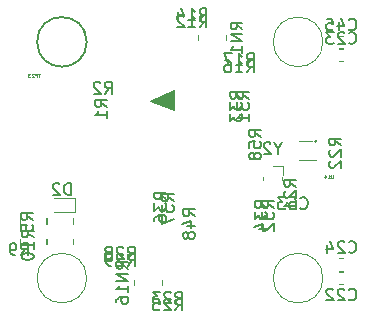
<source format=gbr>
G04 #@! TF.GenerationSoftware,KiCad,Pcbnew,(5.1.4)-1*
G04 #@! TF.CreationDate,2021-04-25T17:32:37+02:00*
G04 #@! TF.ProjectId,ultimateFC,756c7469-6d61-4746-9546-432e6b696361,rev?*
G04 #@! TF.SameCoordinates,Original*
G04 #@! TF.FileFunction,Legend,Bot*
G04 #@! TF.FilePolarity,Positive*
%FSLAX46Y46*%
G04 Gerber Fmt 4.6, Leading zero omitted, Abs format (unit mm)*
G04 Created by KiCad (PCBNEW (5.1.4)-1) date 2021-04-25 17:32:37*
%MOMM*%
%LPD*%
G04 APERTURE LIST*
%ADD10C,0.120000*%
%ADD11C,0.150000*%
%ADD12C,0.100000*%
%ADD13C,0.050000*%
G04 APERTURE END LIST*
D10*
X174600000Y-82000000D02*
G75*
G03X174600000Y-82000000I-2100000J0D01*
G01*
X194600000Y-62000000D02*
G75*
G03X194600000Y-62000000I-2100000J0D01*
G01*
X194600000Y-82000000D02*
G75*
G03X194600000Y-82000000I-2100000J0D01*
G01*
D11*
X174602380Y-62000000D02*
G75*
G03X174602380Y-62000000I-2102380J0D01*
G01*
D12*
G36*
X182000000Y-67750000D02*
G01*
X180000000Y-67000000D01*
X182000000Y-66100000D01*
X182000000Y-67750000D01*
G37*
X182000000Y-67750000D02*
X180000000Y-67000000D01*
X182000000Y-66100000D01*
X182000000Y-67750000D01*
D10*
X171201530Y-63608117D02*
G75*
G03X174300000Y-61010000I1298470J1598117D01*
G01*
X173440000Y-77450000D02*
X173440000Y-76950000D01*
X171160000Y-77450000D02*
X171160000Y-76950000D01*
X168960000Y-76950000D02*
X168960000Y-77450000D01*
X171240000Y-76950000D02*
X171240000Y-77450000D01*
X168960000Y-78650000D02*
X168960000Y-79150000D01*
X171240000Y-78650000D02*
X171240000Y-79150000D01*
X173440000Y-79150000D02*
X173440000Y-78650000D01*
X171160000Y-79150000D02*
X171160000Y-78650000D01*
X186410000Y-61380000D02*
X186410000Y-61880000D01*
X184050000Y-61380000D02*
X184050000Y-61880000D01*
X180950000Y-82620000D02*
X180950000Y-82120000D01*
X178590000Y-82620000D02*
X178590000Y-82120000D01*
X190400000Y-72520000D02*
X191190000Y-72520000D01*
X189500000Y-73440000D02*
X189500000Y-73660000D01*
X191100000Y-73440000D02*
X191100000Y-73660000D01*
X191190000Y-73310000D02*
X191190000Y-72520000D01*
X195987221Y-81490000D02*
X196312779Y-81490000D01*
X195987221Y-82510000D02*
X196312779Y-82510000D01*
X196312779Y-62640000D02*
X195987221Y-62640000D01*
X196312779Y-63660000D02*
X195987221Y-63660000D01*
X196315279Y-80340000D02*
X195989721Y-80340000D01*
X196315279Y-81360000D02*
X195989721Y-81360000D01*
X196312779Y-62510000D02*
X195987221Y-62510000D01*
X196312779Y-61490000D02*
X195987221Y-61490000D01*
X171800000Y-76400000D02*
X173650000Y-76400000D01*
X171800000Y-75200000D02*
X173650000Y-75200000D01*
X173650000Y-75200000D02*
X173650000Y-76400000D01*
D12*
X193650000Y-70425000D02*
X192550000Y-70425000D01*
X192550000Y-72025000D02*
X194050000Y-72025000D01*
X194100000Y-70425000D02*
G75*
G03X194100000Y-70425000I-100000J0D01*
G01*
D11*
X192692857Y-76067142D02*
X192740476Y-76114761D01*
X192883333Y-76162380D01*
X192978571Y-76162380D01*
X193121428Y-76114761D01*
X193216666Y-76019523D01*
X193264285Y-75924285D01*
X193311904Y-75733809D01*
X193311904Y-75590952D01*
X193264285Y-75400476D01*
X193216666Y-75305238D01*
X193121428Y-75210000D01*
X192978571Y-75162380D01*
X192883333Y-75162380D01*
X192740476Y-75210000D01*
X192692857Y-75257619D01*
X191788095Y-75162380D02*
X192264285Y-75162380D01*
X192311904Y-75638571D01*
X192264285Y-75590952D01*
X192169047Y-75543333D01*
X191930952Y-75543333D01*
X191835714Y-75590952D01*
X191788095Y-75638571D01*
X191740476Y-75733809D01*
X191740476Y-75971904D01*
X191788095Y-76067142D01*
X191835714Y-76114761D01*
X191930952Y-76162380D01*
X192169047Y-76162380D01*
X192264285Y-76114761D01*
X192311904Y-76067142D01*
X191407142Y-75162380D02*
X190788095Y-75162380D01*
X191121428Y-75543333D01*
X190978571Y-75543333D01*
X190883333Y-75590952D01*
X190835714Y-75638571D01*
X190788095Y-75733809D01*
X190788095Y-75971904D01*
X190835714Y-76067142D01*
X190883333Y-76114761D01*
X190978571Y-76162380D01*
X191264285Y-76162380D01*
X191359523Y-76114761D01*
X191407142Y-76067142D01*
X176302380Y-67508333D02*
X175826190Y-67175000D01*
X176302380Y-66936904D02*
X175302380Y-66936904D01*
X175302380Y-67317857D01*
X175350000Y-67413095D01*
X175397619Y-67460714D01*
X175492857Y-67508333D01*
X175635714Y-67508333D01*
X175730952Y-67460714D01*
X175778571Y-67413095D01*
X175826190Y-67317857D01*
X175826190Y-66936904D01*
X176302380Y-68460714D02*
X176302380Y-67889285D01*
X176302380Y-68175000D02*
X175302380Y-68175000D01*
X175445238Y-68079761D01*
X175540476Y-67984523D01*
X175588095Y-67889285D01*
X176141666Y-66377380D02*
X176475000Y-65901190D01*
X176713095Y-66377380D02*
X176713095Y-65377380D01*
X176332142Y-65377380D01*
X176236904Y-65425000D01*
X176189285Y-65472619D01*
X176141666Y-65567857D01*
X176141666Y-65710714D01*
X176189285Y-65805952D01*
X176236904Y-65853571D01*
X176332142Y-65901190D01*
X176713095Y-65901190D01*
X175760714Y-65472619D02*
X175713095Y-65425000D01*
X175617857Y-65377380D01*
X175379761Y-65377380D01*
X175284523Y-65425000D01*
X175236904Y-65472619D01*
X175189285Y-65567857D01*
X175189285Y-65663095D01*
X175236904Y-65805952D01*
X175808333Y-66377380D01*
X175189285Y-66377380D01*
X170052380Y-77083333D02*
X169576190Y-76750000D01*
X170052380Y-76511904D02*
X169052380Y-76511904D01*
X169052380Y-76892857D01*
X169100000Y-76988095D01*
X169147619Y-77035714D01*
X169242857Y-77083333D01*
X169385714Y-77083333D01*
X169480952Y-77035714D01*
X169528571Y-76988095D01*
X169576190Y-76892857D01*
X169576190Y-76511904D01*
X169052380Y-77988095D02*
X169052380Y-77511904D01*
X169528571Y-77464285D01*
X169480952Y-77511904D01*
X169433333Y-77607142D01*
X169433333Y-77845238D01*
X169480952Y-77940476D01*
X169528571Y-77988095D01*
X169623809Y-78035714D01*
X169861904Y-78035714D01*
X169957142Y-77988095D01*
X170004761Y-77940476D01*
X170052380Y-77845238D01*
X170052380Y-77607142D01*
X170004761Y-77511904D01*
X169957142Y-77464285D01*
X169026666Y-80032380D02*
X169360000Y-79556190D01*
X169598095Y-80032380D02*
X169598095Y-79032380D01*
X169217142Y-79032380D01*
X169121904Y-79080000D01*
X169074285Y-79127619D01*
X169026666Y-79222857D01*
X169026666Y-79365714D01*
X169074285Y-79460952D01*
X169121904Y-79508571D01*
X169217142Y-79556190D01*
X169598095Y-79556190D01*
X168550476Y-80032380D02*
X168360000Y-80032380D01*
X168264761Y-79984761D01*
X168217142Y-79937142D01*
X168121904Y-79794285D01*
X168074285Y-79603809D01*
X168074285Y-79222857D01*
X168121904Y-79127619D01*
X168169523Y-79080000D01*
X168264761Y-79032380D01*
X168455238Y-79032380D01*
X168550476Y-79080000D01*
X168598095Y-79127619D01*
X168645714Y-79222857D01*
X168645714Y-79460952D01*
X168598095Y-79556190D01*
X168550476Y-79603809D01*
X168455238Y-79651428D01*
X168264761Y-79651428D01*
X168169523Y-79603809D01*
X168121904Y-79556190D01*
X168074285Y-79460952D01*
X170102380Y-78557142D02*
X169626190Y-78223809D01*
X170102380Y-77985714D02*
X169102380Y-77985714D01*
X169102380Y-78366666D01*
X169150000Y-78461904D01*
X169197619Y-78509523D01*
X169292857Y-78557142D01*
X169435714Y-78557142D01*
X169530952Y-78509523D01*
X169578571Y-78461904D01*
X169626190Y-78366666D01*
X169626190Y-77985714D01*
X170102380Y-79509523D02*
X170102380Y-78938095D01*
X170102380Y-79223809D02*
X169102380Y-79223809D01*
X169245238Y-79128571D01*
X169340476Y-79033333D01*
X169388095Y-78938095D01*
X169102380Y-80128571D02*
X169102380Y-80223809D01*
X169150000Y-80319047D01*
X169197619Y-80366666D01*
X169292857Y-80414285D01*
X169483333Y-80461904D01*
X169721428Y-80461904D01*
X169911904Y-80414285D01*
X170007142Y-80366666D01*
X170054761Y-80319047D01*
X170102380Y-80223809D01*
X170102380Y-80128571D01*
X170054761Y-80033333D01*
X170007142Y-79985714D01*
X169911904Y-79938095D01*
X169721428Y-79890476D01*
X169483333Y-79890476D01*
X169292857Y-79938095D01*
X169197619Y-79985714D01*
X169150000Y-80033333D01*
X169102380Y-80128571D01*
X184172857Y-60762380D02*
X184506190Y-60286190D01*
X184744285Y-60762380D02*
X184744285Y-59762380D01*
X184363333Y-59762380D01*
X184268095Y-59810000D01*
X184220476Y-59857619D01*
X184172857Y-59952857D01*
X184172857Y-60095714D01*
X184220476Y-60190952D01*
X184268095Y-60238571D01*
X184363333Y-60286190D01*
X184744285Y-60286190D01*
X183220476Y-60762380D02*
X183791904Y-60762380D01*
X183506190Y-60762380D02*
X183506190Y-59762380D01*
X183601428Y-59905238D01*
X183696666Y-60000476D01*
X183791904Y-60048095D01*
X182839523Y-59857619D02*
X182791904Y-59810000D01*
X182696666Y-59762380D01*
X182458571Y-59762380D01*
X182363333Y-59810000D01*
X182315714Y-59857619D01*
X182268095Y-59952857D01*
X182268095Y-60048095D01*
X182315714Y-60190952D01*
X182887142Y-60762380D01*
X182268095Y-60762380D01*
X184162857Y-60162380D02*
X184496190Y-59686190D01*
X184734285Y-60162380D02*
X184734285Y-59162380D01*
X184353333Y-59162380D01*
X184258095Y-59210000D01*
X184210476Y-59257619D01*
X184162857Y-59352857D01*
X184162857Y-59495714D01*
X184210476Y-59590952D01*
X184258095Y-59638571D01*
X184353333Y-59686190D01*
X184734285Y-59686190D01*
X183210476Y-60162380D02*
X183781904Y-60162380D01*
X183496190Y-60162380D02*
X183496190Y-59162380D01*
X183591428Y-59305238D01*
X183686666Y-59400476D01*
X183781904Y-59448095D01*
X182353333Y-59495714D02*
X182353333Y-60162380D01*
X182591428Y-59114761D02*
X182829523Y-59829047D01*
X182210476Y-59829047D01*
X188162857Y-64562380D02*
X188496190Y-64086190D01*
X188734285Y-64562380D02*
X188734285Y-63562380D01*
X188353333Y-63562380D01*
X188258095Y-63610000D01*
X188210476Y-63657619D01*
X188162857Y-63752857D01*
X188162857Y-63895714D01*
X188210476Y-63990952D01*
X188258095Y-64038571D01*
X188353333Y-64086190D01*
X188734285Y-64086190D01*
X187210476Y-64562380D02*
X187781904Y-64562380D01*
X187496190Y-64562380D02*
X187496190Y-63562380D01*
X187591428Y-63705238D01*
X187686666Y-63800476D01*
X187781904Y-63848095D01*
X186353333Y-63562380D02*
X186543809Y-63562380D01*
X186639047Y-63610000D01*
X186686666Y-63657619D01*
X186781904Y-63800476D01*
X186829523Y-63990952D01*
X186829523Y-64371904D01*
X186781904Y-64467142D01*
X186734285Y-64514761D01*
X186639047Y-64562380D01*
X186448571Y-64562380D01*
X186353333Y-64514761D01*
X186305714Y-64467142D01*
X186258095Y-64371904D01*
X186258095Y-64133809D01*
X186305714Y-64038571D01*
X186353333Y-63990952D01*
X186448571Y-63943333D01*
X186639047Y-63943333D01*
X186734285Y-63990952D01*
X186781904Y-64038571D01*
X186829523Y-64133809D01*
X188162857Y-63962380D02*
X188496190Y-63486190D01*
X188734285Y-63962380D02*
X188734285Y-62962380D01*
X188353333Y-62962380D01*
X188258095Y-63010000D01*
X188210476Y-63057619D01*
X188162857Y-63152857D01*
X188162857Y-63295714D01*
X188210476Y-63390952D01*
X188258095Y-63438571D01*
X188353333Y-63486190D01*
X188734285Y-63486190D01*
X187210476Y-63962380D02*
X187781904Y-63962380D01*
X187496190Y-63962380D02*
X187496190Y-62962380D01*
X187591428Y-63105238D01*
X187686666Y-63200476D01*
X187781904Y-63248095D01*
X186877142Y-62962380D02*
X186210476Y-62962380D01*
X186639047Y-63962380D01*
X192312380Y-74247142D02*
X191836190Y-73913809D01*
X192312380Y-73675714D02*
X191312380Y-73675714D01*
X191312380Y-74056666D01*
X191360000Y-74151904D01*
X191407619Y-74199523D01*
X191502857Y-74247142D01*
X191645714Y-74247142D01*
X191740952Y-74199523D01*
X191788571Y-74151904D01*
X191836190Y-74056666D01*
X191836190Y-73675714D01*
X191407619Y-74628095D02*
X191360000Y-74675714D01*
X191312380Y-74770952D01*
X191312380Y-75009047D01*
X191360000Y-75104285D01*
X191407619Y-75151904D01*
X191502857Y-75199523D01*
X191598095Y-75199523D01*
X191740952Y-75151904D01*
X192312380Y-74580476D01*
X192312380Y-75199523D01*
X192312380Y-76151904D02*
X192312380Y-75580476D01*
X192312380Y-75866190D02*
X191312380Y-75866190D01*
X191455238Y-75770952D01*
X191550476Y-75675714D01*
X191598095Y-75580476D01*
X196127380Y-70757142D02*
X195651190Y-70423809D01*
X196127380Y-70185714D02*
X195127380Y-70185714D01*
X195127380Y-70566666D01*
X195175000Y-70661904D01*
X195222619Y-70709523D01*
X195317857Y-70757142D01*
X195460714Y-70757142D01*
X195555952Y-70709523D01*
X195603571Y-70661904D01*
X195651190Y-70566666D01*
X195651190Y-70185714D01*
X195222619Y-71138095D02*
X195175000Y-71185714D01*
X195127380Y-71280952D01*
X195127380Y-71519047D01*
X195175000Y-71614285D01*
X195222619Y-71661904D01*
X195317857Y-71709523D01*
X195413095Y-71709523D01*
X195555952Y-71661904D01*
X196127380Y-71090476D01*
X196127380Y-71709523D01*
X195222619Y-72090476D02*
X195175000Y-72138095D01*
X195127380Y-72233333D01*
X195127380Y-72471428D01*
X195175000Y-72566666D01*
X195222619Y-72614285D01*
X195317857Y-72661904D01*
X195413095Y-72661904D01*
X195555952Y-72614285D01*
X196127380Y-72042857D01*
X196127380Y-72661904D01*
X182112857Y-84142380D02*
X182446190Y-83666190D01*
X182684285Y-84142380D02*
X182684285Y-83142380D01*
X182303333Y-83142380D01*
X182208095Y-83190000D01*
X182160476Y-83237619D01*
X182112857Y-83332857D01*
X182112857Y-83475714D01*
X182160476Y-83570952D01*
X182208095Y-83618571D01*
X182303333Y-83666190D01*
X182684285Y-83666190D01*
X181731904Y-83237619D02*
X181684285Y-83190000D01*
X181589047Y-83142380D01*
X181350952Y-83142380D01*
X181255714Y-83190000D01*
X181208095Y-83237619D01*
X181160476Y-83332857D01*
X181160476Y-83428095D01*
X181208095Y-83570952D01*
X181779523Y-84142380D01*
X181160476Y-84142380D01*
X180827142Y-83142380D02*
X180208095Y-83142380D01*
X180541428Y-83523333D01*
X180398571Y-83523333D01*
X180303333Y-83570952D01*
X180255714Y-83618571D01*
X180208095Y-83713809D01*
X180208095Y-83951904D01*
X180255714Y-84047142D01*
X180303333Y-84094761D01*
X180398571Y-84142380D01*
X180684285Y-84142380D01*
X180779523Y-84094761D01*
X180827142Y-84047142D01*
X182112857Y-84742380D02*
X182446190Y-84266190D01*
X182684285Y-84742380D02*
X182684285Y-83742380D01*
X182303333Y-83742380D01*
X182208095Y-83790000D01*
X182160476Y-83837619D01*
X182112857Y-83932857D01*
X182112857Y-84075714D01*
X182160476Y-84170952D01*
X182208095Y-84218571D01*
X182303333Y-84266190D01*
X182684285Y-84266190D01*
X181731904Y-83837619D02*
X181684285Y-83790000D01*
X181589047Y-83742380D01*
X181350952Y-83742380D01*
X181255714Y-83790000D01*
X181208095Y-83837619D01*
X181160476Y-83932857D01*
X181160476Y-84028095D01*
X181208095Y-84170952D01*
X181779523Y-84742380D01*
X181160476Y-84742380D01*
X180255714Y-83742380D02*
X180731904Y-83742380D01*
X180779523Y-84218571D01*
X180731904Y-84170952D01*
X180636666Y-84123333D01*
X180398571Y-84123333D01*
X180303333Y-84170952D01*
X180255714Y-84218571D01*
X180208095Y-84313809D01*
X180208095Y-84551904D01*
X180255714Y-84647142D01*
X180303333Y-84694761D01*
X180398571Y-84742380D01*
X180636666Y-84742380D01*
X180731904Y-84694761D01*
X180779523Y-84647142D01*
X178082857Y-80342380D02*
X178416190Y-79866190D01*
X178654285Y-80342380D02*
X178654285Y-79342380D01*
X178273333Y-79342380D01*
X178178095Y-79390000D01*
X178130476Y-79437619D01*
X178082857Y-79532857D01*
X178082857Y-79675714D01*
X178130476Y-79770952D01*
X178178095Y-79818571D01*
X178273333Y-79866190D01*
X178654285Y-79866190D01*
X177701904Y-79437619D02*
X177654285Y-79390000D01*
X177559047Y-79342380D01*
X177320952Y-79342380D01*
X177225714Y-79390000D01*
X177178095Y-79437619D01*
X177130476Y-79532857D01*
X177130476Y-79628095D01*
X177178095Y-79770952D01*
X177749523Y-80342380D01*
X177130476Y-80342380D01*
X176559047Y-79770952D02*
X176654285Y-79723333D01*
X176701904Y-79675714D01*
X176749523Y-79580476D01*
X176749523Y-79532857D01*
X176701904Y-79437619D01*
X176654285Y-79390000D01*
X176559047Y-79342380D01*
X176368571Y-79342380D01*
X176273333Y-79390000D01*
X176225714Y-79437619D01*
X176178095Y-79532857D01*
X176178095Y-79580476D01*
X176225714Y-79675714D01*
X176273333Y-79723333D01*
X176368571Y-79770952D01*
X176559047Y-79770952D01*
X176654285Y-79818571D01*
X176701904Y-79866190D01*
X176749523Y-79961428D01*
X176749523Y-80151904D01*
X176701904Y-80247142D01*
X176654285Y-80294761D01*
X176559047Y-80342380D01*
X176368571Y-80342380D01*
X176273333Y-80294761D01*
X176225714Y-80247142D01*
X176178095Y-80151904D01*
X176178095Y-79961428D01*
X176225714Y-79866190D01*
X176273333Y-79818571D01*
X176368571Y-79770952D01*
X178092857Y-80942380D02*
X178426190Y-80466190D01*
X178664285Y-80942380D02*
X178664285Y-79942380D01*
X178283333Y-79942380D01*
X178188095Y-79990000D01*
X178140476Y-80037619D01*
X178092857Y-80132857D01*
X178092857Y-80275714D01*
X178140476Y-80370952D01*
X178188095Y-80418571D01*
X178283333Y-80466190D01*
X178664285Y-80466190D01*
X177711904Y-80037619D02*
X177664285Y-79990000D01*
X177569047Y-79942380D01*
X177330952Y-79942380D01*
X177235714Y-79990000D01*
X177188095Y-80037619D01*
X177140476Y-80132857D01*
X177140476Y-80228095D01*
X177188095Y-80370952D01*
X177759523Y-80942380D01*
X177140476Y-80942380D01*
X176664285Y-80942380D02*
X176473809Y-80942380D01*
X176378571Y-80894761D01*
X176330952Y-80847142D01*
X176235714Y-80704285D01*
X176188095Y-80513809D01*
X176188095Y-80132857D01*
X176235714Y-80037619D01*
X176283333Y-79990000D01*
X176378571Y-79942380D01*
X176569047Y-79942380D01*
X176664285Y-79990000D01*
X176711904Y-80037619D01*
X176759523Y-80132857D01*
X176759523Y-80370952D01*
X176711904Y-80466190D01*
X176664285Y-80513809D01*
X176569047Y-80561428D01*
X176378571Y-80561428D01*
X176283333Y-80513809D01*
X176235714Y-80466190D01*
X176188095Y-80370952D01*
X183752380Y-76762142D02*
X183276190Y-76428809D01*
X183752380Y-76190714D02*
X182752380Y-76190714D01*
X182752380Y-76571666D01*
X182800000Y-76666904D01*
X182847619Y-76714523D01*
X182942857Y-76762142D01*
X183085714Y-76762142D01*
X183180952Y-76714523D01*
X183228571Y-76666904D01*
X183276190Y-76571666D01*
X183276190Y-76190714D01*
X183085714Y-77619285D02*
X183752380Y-77619285D01*
X182704761Y-77381190D02*
X183419047Y-77143095D01*
X183419047Y-77762142D01*
X183180952Y-78285952D02*
X183133333Y-78190714D01*
X183085714Y-78143095D01*
X182990476Y-78095476D01*
X182942857Y-78095476D01*
X182847619Y-78143095D01*
X182800000Y-78190714D01*
X182752380Y-78285952D01*
X182752380Y-78476428D01*
X182800000Y-78571666D01*
X182847619Y-78619285D01*
X182942857Y-78666904D01*
X182990476Y-78666904D01*
X183085714Y-78619285D01*
X183133333Y-78571666D01*
X183180952Y-78476428D01*
X183180952Y-78285952D01*
X183228571Y-78190714D01*
X183276190Y-78143095D01*
X183371428Y-78095476D01*
X183561904Y-78095476D01*
X183657142Y-78143095D01*
X183704761Y-78190714D01*
X183752380Y-78285952D01*
X183752380Y-78476428D01*
X183704761Y-78571666D01*
X183657142Y-78619285D01*
X183561904Y-78666904D01*
X183371428Y-78666904D01*
X183276190Y-78619285D01*
X183228571Y-78571666D01*
X183180952Y-78476428D01*
X189352380Y-70047142D02*
X188876190Y-69713809D01*
X189352380Y-69475714D02*
X188352380Y-69475714D01*
X188352380Y-69856666D01*
X188400000Y-69951904D01*
X188447619Y-69999523D01*
X188542857Y-70047142D01*
X188685714Y-70047142D01*
X188780952Y-69999523D01*
X188828571Y-69951904D01*
X188876190Y-69856666D01*
X188876190Y-69475714D01*
X188352380Y-70951904D02*
X188352380Y-70475714D01*
X188828571Y-70428095D01*
X188780952Y-70475714D01*
X188733333Y-70570952D01*
X188733333Y-70809047D01*
X188780952Y-70904285D01*
X188828571Y-70951904D01*
X188923809Y-70999523D01*
X189161904Y-70999523D01*
X189257142Y-70951904D01*
X189304761Y-70904285D01*
X189352380Y-70809047D01*
X189352380Y-70570952D01*
X189304761Y-70475714D01*
X189257142Y-70428095D01*
X188780952Y-71570952D02*
X188733333Y-71475714D01*
X188685714Y-71428095D01*
X188590476Y-71380476D01*
X188542857Y-71380476D01*
X188447619Y-71428095D01*
X188400000Y-71475714D01*
X188352380Y-71570952D01*
X188352380Y-71761428D01*
X188400000Y-71856666D01*
X188447619Y-71904285D01*
X188542857Y-71951904D01*
X188590476Y-71951904D01*
X188685714Y-71904285D01*
X188733333Y-71856666D01*
X188780952Y-71761428D01*
X188780952Y-71570952D01*
X188828571Y-71475714D01*
X188876190Y-71428095D01*
X188971428Y-71380476D01*
X189161904Y-71380476D01*
X189257142Y-71428095D01*
X189304761Y-71475714D01*
X189352380Y-71570952D01*
X189352380Y-71761428D01*
X189304761Y-71856666D01*
X189257142Y-71904285D01*
X189161904Y-71951904D01*
X188971428Y-71951904D01*
X188876190Y-71904285D01*
X188828571Y-71856666D01*
X188780952Y-71761428D01*
X187782380Y-60939523D02*
X187306190Y-60606190D01*
X187782380Y-60368095D02*
X186782380Y-60368095D01*
X186782380Y-60749047D01*
X186830000Y-60844285D01*
X186877619Y-60891904D01*
X186972857Y-60939523D01*
X187115714Y-60939523D01*
X187210952Y-60891904D01*
X187258571Y-60844285D01*
X187306190Y-60749047D01*
X187306190Y-60368095D01*
X187782380Y-61368095D02*
X186782380Y-61368095D01*
X187782380Y-61939523D01*
X186782380Y-61939523D01*
X187782380Y-62939523D02*
X187782380Y-62368095D01*
X187782380Y-62653809D02*
X186782380Y-62653809D01*
X186925238Y-62558571D01*
X187020476Y-62463333D01*
X187068095Y-62368095D01*
X178122380Y-81203333D02*
X177646190Y-80870000D01*
X178122380Y-80631904D02*
X177122380Y-80631904D01*
X177122380Y-81012857D01*
X177170000Y-81108095D01*
X177217619Y-81155714D01*
X177312857Y-81203333D01*
X177455714Y-81203333D01*
X177550952Y-81155714D01*
X177598571Y-81108095D01*
X177646190Y-81012857D01*
X177646190Y-80631904D01*
X178122380Y-81631904D02*
X177122380Y-81631904D01*
X178122380Y-82203333D01*
X177122380Y-82203333D01*
X178122380Y-83203333D02*
X178122380Y-82631904D01*
X178122380Y-82917619D02*
X177122380Y-82917619D01*
X177265238Y-82822380D01*
X177360476Y-82727142D01*
X177408095Y-82631904D01*
X177122380Y-84060476D02*
X177122380Y-83870000D01*
X177170000Y-83774761D01*
X177217619Y-83727142D01*
X177360476Y-83631904D01*
X177550952Y-83584285D01*
X177931904Y-83584285D01*
X178027142Y-83631904D01*
X178074761Y-83679523D01*
X178122380Y-83774761D01*
X178122380Y-83965238D01*
X178074761Y-84060476D01*
X178027142Y-84108095D01*
X177931904Y-84155714D01*
X177693809Y-84155714D01*
X177598571Y-84108095D01*
X177550952Y-84060476D01*
X177503333Y-83965238D01*
X177503333Y-83774761D01*
X177550952Y-83679523D01*
X177598571Y-83631904D01*
X177693809Y-83584285D01*
X190776190Y-71036190D02*
X190776190Y-71512380D01*
X191109523Y-70512380D02*
X190776190Y-71036190D01*
X190442857Y-70512380D01*
X190157142Y-70607619D02*
X190109523Y-70560000D01*
X190014285Y-70512380D01*
X189776190Y-70512380D01*
X189680952Y-70560000D01*
X189633333Y-70607619D01*
X189585714Y-70702857D01*
X189585714Y-70798095D01*
X189633333Y-70940952D01*
X190204761Y-71512380D01*
X189585714Y-71512380D01*
X196792857Y-83787142D02*
X196840476Y-83834761D01*
X196983333Y-83882380D01*
X197078571Y-83882380D01*
X197221428Y-83834761D01*
X197316666Y-83739523D01*
X197364285Y-83644285D01*
X197411904Y-83453809D01*
X197411904Y-83310952D01*
X197364285Y-83120476D01*
X197316666Y-83025238D01*
X197221428Y-82930000D01*
X197078571Y-82882380D01*
X196983333Y-82882380D01*
X196840476Y-82930000D01*
X196792857Y-82977619D01*
X196411904Y-82977619D02*
X196364285Y-82930000D01*
X196269047Y-82882380D01*
X196030952Y-82882380D01*
X195935714Y-82930000D01*
X195888095Y-82977619D01*
X195840476Y-83072857D01*
X195840476Y-83168095D01*
X195888095Y-83310952D01*
X196459523Y-83882380D01*
X195840476Y-83882380D01*
X195459523Y-82977619D02*
X195411904Y-82930000D01*
X195316666Y-82882380D01*
X195078571Y-82882380D01*
X194983333Y-82930000D01*
X194935714Y-82977619D01*
X194888095Y-83072857D01*
X194888095Y-83168095D01*
X194935714Y-83310952D01*
X195507142Y-83882380D01*
X194888095Y-83882380D01*
X196792857Y-62077142D02*
X196840476Y-62124761D01*
X196983333Y-62172380D01*
X197078571Y-62172380D01*
X197221428Y-62124761D01*
X197316666Y-62029523D01*
X197364285Y-61934285D01*
X197411904Y-61743809D01*
X197411904Y-61600952D01*
X197364285Y-61410476D01*
X197316666Y-61315238D01*
X197221428Y-61220000D01*
X197078571Y-61172380D01*
X196983333Y-61172380D01*
X196840476Y-61220000D01*
X196792857Y-61267619D01*
X196411904Y-61267619D02*
X196364285Y-61220000D01*
X196269047Y-61172380D01*
X196030952Y-61172380D01*
X195935714Y-61220000D01*
X195888095Y-61267619D01*
X195840476Y-61362857D01*
X195840476Y-61458095D01*
X195888095Y-61600952D01*
X196459523Y-62172380D01*
X195840476Y-62172380D01*
X195507142Y-61172380D02*
X194888095Y-61172380D01*
X195221428Y-61553333D01*
X195078571Y-61553333D01*
X194983333Y-61600952D01*
X194935714Y-61648571D01*
X194888095Y-61743809D01*
X194888095Y-61981904D01*
X194935714Y-62077142D01*
X194983333Y-62124761D01*
X195078571Y-62172380D01*
X195364285Y-62172380D01*
X195459523Y-62124761D01*
X195507142Y-62077142D01*
X196795357Y-79777142D02*
X196842976Y-79824761D01*
X196985833Y-79872380D01*
X197081071Y-79872380D01*
X197223928Y-79824761D01*
X197319166Y-79729523D01*
X197366785Y-79634285D01*
X197414404Y-79443809D01*
X197414404Y-79300952D01*
X197366785Y-79110476D01*
X197319166Y-79015238D01*
X197223928Y-78920000D01*
X197081071Y-78872380D01*
X196985833Y-78872380D01*
X196842976Y-78920000D01*
X196795357Y-78967619D01*
X196414404Y-78967619D02*
X196366785Y-78920000D01*
X196271547Y-78872380D01*
X196033452Y-78872380D01*
X195938214Y-78920000D01*
X195890595Y-78967619D01*
X195842976Y-79062857D01*
X195842976Y-79158095D01*
X195890595Y-79300952D01*
X196462023Y-79872380D01*
X195842976Y-79872380D01*
X194985833Y-79205714D02*
X194985833Y-79872380D01*
X195223928Y-78824761D02*
X195462023Y-79539047D01*
X194842976Y-79539047D01*
X196792857Y-60927142D02*
X196840476Y-60974761D01*
X196983333Y-61022380D01*
X197078571Y-61022380D01*
X197221428Y-60974761D01*
X197316666Y-60879523D01*
X197364285Y-60784285D01*
X197411904Y-60593809D01*
X197411904Y-60450952D01*
X197364285Y-60260476D01*
X197316666Y-60165238D01*
X197221428Y-60070000D01*
X197078571Y-60022380D01*
X196983333Y-60022380D01*
X196840476Y-60070000D01*
X196792857Y-60117619D01*
X195935714Y-60355714D02*
X195935714Y-61022380D01*
X196173809Y-59974761D02*
X196411904Y-60689047D01*
X195792857Y-60689047D01*
X194935714Y-60022380D02*
X195411904Y-60022380D01*
X195459523Y-60498571D01*
X195411904Y-60450952D01*
X195316666Y-60403333D01*
X195078571Y-60403333D01*
X194983333Y-60450952D01*
X194935714Y-60498571D01*
X194888095Y-60593809D01*
X194888095Y-60831904D01*
X194935714Y-60927142D01*
X194983333Y-60974761D01*
X195078571Y-61022380D01*
X195316666Y-61022380D01*
X195411904Y-60974761D01*
X195459523Y-60927142D01*
X188342380Y-66797142D02*
X187866190Y-66463809D01*
X188342380Y-66225714D02*
X187342380Y-66225714D01*
X187342380Y-66606666D01*
X187390000Y-66701904D01*
X187437619Y-66749523D01*
X187532857Y-66797142D01*
X187675714Y-66797142D01*
X187770952Y-66749523D01*
X187818571Y-66701904D01*
X187866190Y-66606666D01*
X187866190Y-66225714D01*
X187342380Y-67130476D02*
X187342380Y-67749523D01*
X187723333Y-67416190D01*
X187723333Y-67559047D01*
X187770952Y-67654285D01*
X187818571Y-67701904D01*
X187913809Y-67749523D01*
X188151904Y-67749523D01*
X188247142Y-67701904D01*
X188294761Y-67654285D01*
X188342380Y-67559047D01*
X188342380Y-67273333D01*
X188294761Y-67178095D01*
X188247142Y-67130476D01*
X188342380Y-68701904D02*
X188342380Y-68130476D01*
X188342380Y-68416190D02*
X187342380Y-68416190D01*
X187485238Y-68320952D01*
X187580476Y-68225714D01*
X187628095Y-68130476D01*
X190432380Y-76067142D02*
X189956190Y-75733809D01*
X190432380Y-75495714D02*
X189432380Y-75495714D01*
X189432380Y-75876666D01*
X189480000Y-75971904D01*
X189527619Y-76019523D01*
X189622857Y-76067142D01*
X189765714Y-76067142D01*
X189860952Y-76019523D01*
X189908571Y-75971904D01*
X189956190Y-75876666D01*
X189956190Y-75495714D01*
X189432380Y-76400476D02*
X189432380Y-77019523D01*
X189813333Y-76686190D01*
X189813333Y-76829047D01*
X189860952Y-76924285D01*
X189908571Y-76971904D01*
X190003809Y-77019523D01*
X190241904Y-77019523D01*
X190337142Y-76971904D01*
X190384761Y-76924285D01*
X190432380Y-76829047D01*
X190432380Y-76543333D01*
X190384761Y-76448095D01*
X190337142Y-76400476D01*
X189527619Y-77400476D02*
X189480000Y-77448095D01*
X189432380Y-77543333D01*
X189432380Y-77781428D01*
X189480000Y-77876666D01*
X189527619Y-77924285D01*
X189622857Y-77971904D01*
X189718095Y-77971904D01*
X189860952Y-77924285D01*
X190432380Y-77352857D01*
X190432380Y-77971904D01*
X187732380Y-66797142D02*
X187256190Y-66463809D01*
X187732380Y-66225714D02*
X186732380Y-66225714D01*
X186732380Y-66606666D01*
X186780000Y-66701904D01*
X186827619Y-66749523D01*
X186922857Y-66797142D01*
X187065714Y-66797142D01*
X187160952Y-66749523D01*
X187208571Y-66701904D01*
X187256190Y-66606666D01*
X187256190Y-66225714D01*
X186732380Y-67130476D02*
X186732380Y-67749523D01*
X187113333Y-67416190D01*
X187113333Y-67559047D01*
X187160952Y-67654285D01*
X187208571Y-67701904D01*
X187303809Y-67749523D01*
X187541904Y-67749523D01*
X187637142Y-67701904D01*
X187684761Y-67654285D01*
X187732380Y-67559047D01*
X187732380Y-67273333D01*
X187684761Y-67178095D01*
X187637142Y-67130476D01*
X186732380Y-68082857D02*
X186732380Y-68701904D01*
X187113333Y-68368571D01*
X187113333Y-68511428D01*
X187160952Y-68606666D01*
X187208571Y-68654285D01*
X187303809Y-68701904D01*
X187541904Y-68701904D01*
X187637142Y-68654285D01*
X187684761Y-68606666D01*
X187732380Y-68511428D01*
X187732380Y-68225714D01*
X187684761Y-68130476D01*
X187637142Y-68082857D01*
X189832380Y-76067142D02*
X189356190Y-75733809D01*
X189832380Y-75495714D02*
X188832380Y-75495714D01*
X188832380Y-75876666D01*
X188880000Y-75971904D01*
X188927619Y-76019523D01*
X189022857Y-76067142D01*
X189165714Y-76067142D01*
X189260952Y-76019523D01*
X189308571Y-75971904D01*
X189356190Y-75876666D01*
X189356190Y-75495714D01*
X188832380Y-76400476D02*
X188832380Y-77019523D01*
X189213333Y-76686190D01*
X189213333Y-76829047D01*
X189260952Y-76924285D01*
X189308571Y-76971904D01*
X189403809Y-77019523D01*
X189641904Y-77019523D01*
X189737142Y-76971904D01*
X189784761Y-76924285D01*
X189832380Y-76829047D01*
X189832380Y-76543333D01*
X189784761Y-76448095D01*
X189737142Y-76400476D01*
X189165714Y-77876666D02*
X189832380Y-77876666D01*
X188784761Y-77638571D02*
X189499047Y-77400476D01*
X189499047Y-78019523D01*
X181342380Y-75337142D02*
X180866190Y-75003809D01*
X181342380Y-74765714D02*
X180342380Y-74765714D01*
X180342380Y-75146666D01*
X180390000Y-75241904D01*
X180437619Y-75289523D01*
X180532857Y-75337142D01*
X180675714Y-75337142D01*
X180770952Y-75289523D01*
X180818571Y-75241904D01*
X180866190Y-75146666D01*
X180866190Y-74765714D01*
X180342380Y-75670476D02*
X180342380Y-76289523D01*
X180723333Y-75956190D01*
X180723333Y-76099047D01*
X180770952Y-76194285D01*
X180818571Y-76241904D01*
X180913809Y-76289523D01*
X181151904Y-76289523D01*
X181247142Y-76241904D01*
X181294761Y-76194285D01*
X181342380Y-76099047D01*
X181342380Y-75813333D01*
X181294761Y-75718095D01*
X181247142Y-75670476D01*
X180342380Y-77146666D02*
X180342380Y-76956190D01*
X180390000Y-76860952D01*
X180437619Y-76813333D01*
X180580476Y-76718095D01*
X180770952Y-76670476D01*
X181151904Y-76670476D01*
X181247142Y-76718095D01*
X181294761Y-76765714D01*
X181342380Y-76860952D01*
X181342380Y-77051428D01*
X181294761Y-77146666D01*
X181247142Y-77194285D01*
X181151904Y-77241904D01*
X180913809Y-77241904D01*
X180818571Y-77194285D01*
X180770952Y-77146666D01*
X180723333Y-77051428D01*
X180723333Y-76860952D01*
X180770952Y-76765714D01*
X180818571Y-76718095D01*
X180913809Y-76670476D01*
X181952380Y-75487142D02*
X181476190Y-75153809D01*
X181952380Y-74915714D02*
X180952380Y-74915714D01*
X180952380Y-75296666D01*
X181000000Y-75391904D01*
X181047619Y-75439523D01*
X181142857Y-75487142D01*
X181285714Y-75487142D01*
X181380952Y-75439523D01*
X181428571Y-75391904D01*
X181476190Y-75296666D01*
X181476190Y-74915714D01*
X180952380Y-75820476D02*
X180952380Y-76439523D01*
X181333333Y-76106190D01*
X181333333Y-76249047D01*
X181380952Y-76344285D01*
X181428571Y-76391904D01*
X181523809Y-76439523D01*
X181761904Y-76439523D01*
X181857142Y-76391904D01*
X181904761Y-76344285D01*
X181952380Y-76249047D01*
X181952380Y-75963333D01*
X181904761Y-75868095D01*
X181857142Y-75820476D01*
X180952380Y-76772857D02*
X180952380Y-77439523D01*
X181952380Y-77010952D01*
X173238095Y-74952380D02*
X173238095Y-73952380D01*
X173000000Y-73952380D01*
X172857142Y-74000000D01*
X172761904Y-74095238D01*
X172714285Y-74190476D01*
X172666666Y-74380952D01*
X172666666Y-74523809D01*
X172714285Y-74714285D01*
X172761904Y-74809523D01*
X172857142Y-74904761D01*
X173000000Y-74952380D01*
X173238095Y-74952380D01*
X172285714Y-74047619D02*
X172238095Y-74000000D01*
X172142857Y-73952380D01*
X171904761Y-73952380D01*
X171809523Y-74000000D01*
X171761904Y-74047619D01*
X171714285Y-74142857D01*
X171714285Y-74238095D01*
X171761904Y-74380952D01*
X172333333Y-74952380D01*
X171714285Y-74952380D01*
D13*
X170671428Y-64685714D02*
X170500000Y-64685714D01*
X170585714Y-64985714D02*
X170585714Y-64685714D01*
X170400000Y-64985714D02*
X170400000Y-64685714D01*
X170285714Y-64685714D01*
X170257142Y-64700000D01*
X170242857Y-64714285D01*
X170228571Y-64742857D01*
X170228571Y-64785714D01*
X170242857Y-64814285D01*
X170257142Y-64828571D01*
X170285714Y-64842857D01*
X170400000Y-64842857D01*
X170114285Y-64714285D02*
X170100000Y-64700000D01*
X170071428Y-64685714D01*
X170000000Y-64685714D01*
X169971428Y-64700000D01*
X169957142Y-64714285D01*
X169942857Y-64742857D01*
X169942857Y-64771428D01*
X169957142Y-64814285D01*
X170128571Y-64985714D01*
X169942857Y-64985714D01*
X169842857Y-64685714D02*
X169657142Y-64685714D01*
X169757142Y-64800000D01*
X169714285Y-64800000D01*
X169685714Y-64814285D01*
X169671428Y-64828571D01*
X169657142Y-64857142D01*
X169657142Y-64928571D01*
X169671428Y-64957142D01*
X169685714Y-64971428D01*
X169714285Y-64985714D01*
X169800000Y-64985714D01*
X169828571Y-64971428D01*
X169842857Y-64957142D01*
X195471428Y-73260714D02*
X195471428Y-73503571D01*
X195457142Y-73532142D01*
X195442857Y-73546428D01*
X195414285Y-73560714D01*
X195357142Y-73560714D01*
X195328571Y-73546428D01*
X195314285Y-73532142D01*
X195300000Y-73503571D01*
X195300000Y-73260714D01*
X195000000Y-73560714D02*
X195171428Y-73560714D01*
X195085714Y-73560714D02*
X195085714Y-73260714D01*
X195114285Y-73303571D01*
X195142857Y-73332142D01*
X195171428Y-73346428D01*
X194742857Y-73360714D02*
X194742857Y-73560714D01*
X194814285Y-73246428D02*
X194885714Y-73460714D01*
X194700000Y-73460714D01*
M02*

</source>
